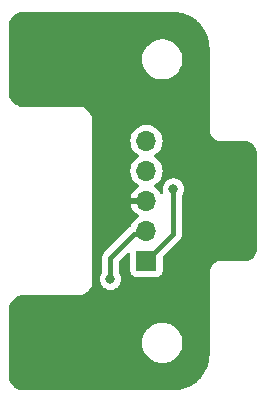
<source format=gbr>
%TF.GenerationSoftware,KiCad,Pcbnew,(6.99.0-2504-g6a9c6e8599)*%
%TF.CreationDate,2023-09-08T01:08:46-07:00*%
%TF.ProjectId,EZO_Qwiic,455a4f5f-5177-4696-9963-2e6b69636164,rev?*%
%TF.SameCoordinates,Original*%
%TF.FileFunction,Copper,L2,Bot*%
%TF.FilePolarity,Positive*%
%FSLAX46Y46*%
G04 Gerber Fmt 4.6, Leading zero omitted, Abs format (unit mm)*
G04 Created by KiCad (PCBNEW (6.99.0-2504-g6a9c6e8599)) date 2023-09-08 01:08:46*
%MOMM*%
%LPD*%
G01*
G04 APERTURE LIST*
%TA.AperFunction,ComponentPad*%
%ADD10R,1.700000X1.700000*%
%TD*%
%TA.AperFunction,ComponentPad*%
%ADD11O,1.700000X1.700000*%
%TD*%
%TA.AperFunction,ViaPad*%
%ADD12C,0.800000*%
%TD*%
%TA.AperFunction,Conductor*%
%ADD13C,0.406400*%
%TD*%
G04 APERTURE END LIST*
D10*
%TO.P,J1,1,Pin_1*%
%TO.N,/SCL*%
X157479999Y-88894999D03*
D11*
%TO.P,J1,2,Pin_2*%
%TO.N,/SDA*%
X157479999Y-86354999D03*
%TO.P,J1,3,Pin_3*%
%TO.N,GND*%
X157479999Y-83814999D03*
%TO.P,J1,4,Pin_4*%
%TO.N,/OFF*%
X157479999Y-81274999D03*
%TO.P,J1,5,Pin_5*%
%TO.N,VCC*%
X157479999Y-78734999D03*
%TD*%
D12*
%TO.N,/SDA*%
X154432000Y-90424000D03*
%TO.N,GND*%
X147066000Y-94488000D03*
X152908000Y-72898000D03*
%TO.N,/SCL*%
X159766000Y-82804000D03*
%TO.N,GND*%
X161798000Y-86868000D03*
%TD*%
D13*
%TO.N,/SDA*%
X154432000Y-90424000D02*
X154432000Y-88646000D01*
X154432000Y-88646000D02*
X156464000Y-86614000D01*
X156464000Y-86614000D02*
X157221000Y-86614000D01*
X157221000Y-86614000D02*
X157480000Y-86355000D01*
%TO.N,/SCL*%
X159766000Y-82804000D02*
X159766000Y-86609000D01*
X159766000Y-86609000D02*
X157480000Y-88895000D01*
%TD*%
%TA.AperFunction,Conductor*%
%TO.N,GND*%
G36*
X159820703Y-67820673D02*
G01*
X159868997Y-67823204D01*
X159950898Y-67827496D01*
X160131186Y-67837621D01*
X160143828Y-67838974D01*
X160292411Y-67862507D01*
X160293766Y-67862730D01*
X160316135Y-67866530D01*
X160452609Y-67889719D01*
X160464114Y-67892232D01*
X160613014Y-67932129D01*
X160615285Y-67932761D01*
X160766473Y-67976318D01*
X160776745Y-67979762D01*
X160922066Y-68035545D01*
X160925130Y-68036767D01*
X161069064Y-68096386D01*
X161078044Y-68100526D01*
X161096939Y-68110153D01*
X161217489Y-68171577D01*
X161221234Y-68173566D01*
X161356854Y-68248520D01*
X161364514Y-68253116D01*
X161496217Y-68338645D01*
X161500398Y-68341484D01*
X161607784Y-68417679D01*
X161626454Y-68430926D01*
X161632835Y-68435765D01*
X161719423Y-68505882D01*
X161754988Y-68534682D01*
X161759654Y-68538652D01*
X161874744Y-68641503D01*
X161879879Y-68646359D01*
X161991044Y-68757524D01*
X161995900Y-68762659D01*
X162057469Y-68831554D01*
X162098751Y-68877749D01*
X162102720Y-68882415D01*
X162201635Y-69004565D01*
X162206476Y-69010947D01*
X162295878Y-69136948D01*
X162298789Y-69141235D01*
X162384284Y-69272885D01*
X162388890Y-69280561D01*
X162463827Y-69416149D01*
X162465806Y-69419877D01*
X162527082Y-69540139D01*
X162536881Y-69559370D01*
X162541023Y-69568355D01*
X162600603Y-69712196D01*
X162601825Y-69715258D01*
X162628642Y-69785117D01*
X162657653Y-69860694D01*
X162661090Y-69870943D01*
X162704633Y-70022083D01*
X162705228Y-70024224D01*
X162730757Y-70119500D01*
X162745175Y-70173309D01*
X162747688Y-70184814D01*
X162761949Y-70268744D01*
X162774636Y-70343415D01*
X162774853Y-70344735D01*
X162786898Y-70420791D01*
X162798430Y-70493602D01*
X162799783Y-70506247D01*
X162809867Y-70685811D01*
X162809892Y-70686282D01*
X162816730Y-70816757D01*
X162816903Y-70823351D01*
X162816903Y-77739986D01*
X162816902Y-77740000D01*
X162816900Y-77740000D01*
X162816900Y-77827533D01*
X162847300Y-77999938D01*
X162849182Y-78005108D01*
X162849182Y-78005109D01*
X162878700Y-78086209D01*
X162907176Y-78164446D01*
X162909926Y-78169209D01*
X162983964Y-78297446D01*
X162994708Y-78316056D01*
X163107238Y-78450164D01*
X163241346Y-78562693D01*
X163392957Y-78650226D01*
X163557465Y-78710101D01*
X163562874Y-78711055D01*
X163562875Y-78711055D01*
X163623608Y-78721764D01*
X163729870Y-78740500D01*
X165811896Y-78740500D01*
X165822879Y-78740980D01*
X165862229Y-78744423D01*
X165863596Y-78744550D01*
X165988997Y-78756901D01*
X166009259Y-78760587D01*
X166044015Y-78769900D01*
X166073785Y-78777877D01*
X166077750Y-78779010D01*
X166168814Y-78806634D01*
X166185489Y-78813014D01*
X166251232Y-78843671D01*
X166257377Y-78846743D01*
X166336329Y-78888944D01*
X166349203Y-78896853D01*
X166410251Y-78939599D01*
X166417914Y-78945413D01*
X166485769Y-79001100D01*
X166494931Y-79009404D01*
X166547998Y-79062471D01*
X166556303Y-79071633D01*
X166611988Y-79139486D01*
X166617800Y-79147147D01*
X166660553Y-79208203D01*
X166668458Y-79221072D01*
X166706344Y-79291950D01*
X166710651Y-79300008D01*
X166713724Y-79306154D01*
X166744390Y-79371917D01*
X166750769Y-79388591D01*
X166778381Y-79479615D01*
X166779514Y-79483581D01*
X166796818Y-79548163D01*
X166800504Y-79568422D01*
X166812835Y-79693616D01*
X166812942Y-79694765D01*
X166816425Y-79734570D01*
X166816903Y-79745530D01*
X166816903Y-87894504D01*
X166816425Y-87905466D01*
X166812971Y-87944940D01*
X166812871Y-87946010D01*
X166800502Y-88071599D01*
X166796818Y-88091850D01*
X166782827Y-88144065D01*
X166779541Y-88156330D01*
X166778409Y-88160292D01*
X166750765Y-88251426D01*
X166744388Y-88268095D01*
X166713744Y-88333809D01*
X166710679Y-88339939D01*
X166668445Y-88418951D01*
X166660542Y-88431817D01*
X166617825Y-88492824D01*
X166612021Y-88500474D01*
X166556280Y-88568395D01*
X166547975Y-88577557D01*
X166494960Y-88630572D01*
X166485798Y-88638877D01*
X166417878Y-88694617D01*
X166410216Y-88700430D01*
X166349230Y-88743133D01*
X166336356Y-88751042D01*
X166297330Y-88771902D01*
X166257310Y-88793293D01*
X166251171Y-88796362D01*
X166185514Y-88826978D01*
X166168841Y-88833357D01*
X166077626Y-88861027D01*
X166073705Y-88862148D01*
X166009275Y-88879412D01*
X165989018Y-88883097D01*
X165952946Y-88886650D01*
X165863258Y-88895484D01*
X165862001Y-88895601D01*
X165822912Y-88899021D01*
X165811931Y-88899500D01*
X163817304Y-88899500D01*
X163817300Y-88899502D01*
X163817288Y-88899503D01*
X163817154Y-88899503D01*
X163735375Y-88899502D01*
X163729871Y-88899502D01*
X163632119Y-88916739D01*
X163562880Y-88928947D01*
X163562876Y-88928948D01*
X163557466Y-88929902D01*
X163392958Y-88989777D01*
X163388199Y-88992525D01*
X163388196Y-88992526D01*
X163315653Y-89034409D01*
X163241348Y-89077309D01*
X163107240Y-89189838D01*
X162994711Y-89323945D01*
X162907178Y-89475556D01*
X162847302Y-89640063D01*
X162816903Y-89812468D01*
X162816903Y-96816706D01*
X162816730Y-96823300D01*
X162809937Y-96952919D01*
X162809912Y-96953390D01*
X162799782Y-97133781D01*
X162798429Y-97146427D01*
X162774904Y-97294958D01*
X162774675Y-97296352D01*
X162769619Y-97326111D01*
X162747681Y-97455228D01*
X162745174Y-97466706D01*
X162705272Y-97615621D01*
X162704659Y-97617825D01*
X162661081Y-97769085D01*
X162657637Y-97779357D01*
X162601877Y-97924617D01*
X162600655Y-97927681D01*
X162541010Y-98071676D01*
X162536868Y-98080661D01*
X162465849Y-98220043D01*
X162463860Y-98223788D01*
X162388870Y-98359474D01*
X162384265Y-98367150D01*
X162298834Y-98498703D01*
X162295921Y-98502992D01*
X162206440Y-98629103D01*
X162201600Y-98635484D01*
X162102770Y-98757529D01*
X162098801Y-98762195D01*
X161995866Y-98877379D01*
X161991010Y-98882514D01*
X161879916Y-98993608D01*
X161874780Y-98998464D01*
X161759604Y-99101391D01*
X161754940Y-99105360D01*
X161632891Y-99204194D01*
X161626509Y-99209034D01*
X161500367Y-99298537D01*
X161496091Y-99301441D01*
X161436891Y-99339886D01*
X161364565Y-99386855D01*
X161356889Y-99391460D01*
X161221160Y-99466474D01*
X161217415Y-99468463D01*
X161078076Y-99539460D01*
X161069091Y-99543602D01*
X160925051Y-99603265D01*
X160921988Y-99604487D01*
X160868408Y-99625055D01*
X160776767Y-99660233D01*
X160766511Y-99663672D01*
X160615111Y-99707290D01*
X160612875Y-99707911D01*
X160596336Y-99712343D01*
X160464144Y-99747763D01*
X160452639Y-99750276D01*
X160293526Y-99777311D01*
X160292131Y-99777540D01*
X160143859Y-99801024D01*
X160131212Y-99802377D01*
X159950090Y-99812548D01*
X159949621Y-99812573D01*
X159820761Y-99819327D01*
X159814166Y-99819500D01*
X146828957Y-99819500D01*
X146806132Y-99817415D01*
X146796062Y-99815560D01*
X146712407Y-99800151D01*
X146680934Y-99789936D01*
X146518457Y-99712343D01*
X146503289Y-99703764D01*
X146424869Y-99651942D01*
X146415082Y-99644774D01*
X146390711Y-99625055D01*
X146263322Y-99521983D01*
X146253098Y-99512741D01*
X146158824Y-99417645D01*
X146113183Y-99371605D01*
X146104003Y-99361268D01*
X146087020Y-99339886D01*
X145982887Y-99208780D01*
X145977400Y-99201324D01*
X145961156Y-99177460D01*
X145954822Y-99167116D01*
X145864077Y-99001491D01*
X145857469Y-98987439D01*
X145852288Y-98974388D01*
X145846102Y-98953860D01*
X145820608Y-98832787D01*
X145817904Y-98806825D01*
X145817904Y-95820000D01*
X157112135Y-95820000D01*
X157131181Y-96074157D01*
X157187895Y-96322637D01*
X157281010Y-96559888D01*
X157408444Y-96780612D01*
X157411376Y-96784289D01*
X157411379Y-96784293D01*
X157564418Y-96976197D01*
X157567353Y-96979877D01*
X157754186Y-97153232D01*
X157758085Y-97155890D01*
X157957443Y-97291810D01*
X157964769Y-97296805D01*
X158194399Y-97407389D01*
X158311893Y-97443631D01*
X158433438Y-97481123D01*
X158433441Y-97481124D01*
X158437945Y-97482513D01*
X158535245Y-97497179D01*
X158685308Y-97519798D01*
X158685313Y-97519798D01*
X158689968Y-97520500D01*
X158944838Y-97520500D01*
X158949493Y-97519798D01*
X158949498Y-97519798D01*
X159099561Y-97497179D01*
X159196861Y-97482513D01*
X159201365Y-97481124D01*
X159201368Y-97481123D01*
X159322913Y-97443631D01*
X159440407Y-97407389D01*
X159670037Y-97296805D01*
X159677364Y-97291810D01*
X159876721Y-97155890D01*
X159880620Y-97153232D01*
X160067453Y-96979877D01*
X160070388Y-96976197D01*
X160223427Y-96784293D01*
X160223430Y-96784289D01*
X160226362Y-96780612D01*
X160353796Y-96559888D01*
X160446911Y-96322637D01*
X160503625Y-96074157D01*
X160522671Y-95820000D01*
X160503625Y-95565843D01*
X160446911Y-95317363D01*
X160353796Y-95080112D01*
X160226362Y-94859388D01*
X160223430Y-94855711D01*
X160223427Y-94855707D01*
X160070388Y-94663803D01*
X160070386Y-94663801D01*
X160067453Y-94660123D01*
X159880620Y-94486768D01*
X159766791Y-94409161D01*
X159673933Y-94345851D01*
X159673931Y-94345850D01*
X159670037Y-94343195D01*
X159440407Y-94232611D01*
X159318634Y-94195049D01*
X159201368Y-94158877D01*
X159201365Y-94158876D01*
X159196861Y-94157487D01*
X159099561Y-94142821D01*
X158949498Y-94120202D01*
X158949493Y-94120202D01*
X158944838Y-94119500D01*
X158689968Y-94119500D01*
X158685313Y-94120202D01*
X158685308Y-94120202D01*
X158535245Y-94142821D01*
X158437945Y-94157487D01*
X158433441Y-94158876D01*
X158433438Y-94158877D01*
X158316172Y-94195049D01*
X158194399Y-94232611D01*
X157964769Y-94343195D01*
X157960875Y-94345850D01*
X157960873Y-94345851D01*
X157868015Y-94409161D01*
X157754186Y-94486768D01*
X157567353Y-94660123D01*
X157564420Y-94663801D01*
X157564418Y-94663803D01*
X157411379Y-94855707D01*
X157411376Y-94855711D01*
X157408444Y-94859388D01*
X157281010Y-95080112D01*
X157187895Y-95317363D01*
X157131181Y-95565843D01*
X157112135Y-95820000D01*
X145817904Y-95820000D01*
X145817904Y-92816554D01*
X145819989Y-92793728D01*
X145837254Y-92700002D01*
X145847469Y-92668530D01*
X145925060Y-92506053D01*
X145933641Y-92490882D01*
X145985464Y-92412464D01*
X145992630Y-92402679D01*
X146115413Y-92250926D01*
X146124646Y-92240711D01*
X146265802Y-92100776D01*
X146276139Y-92091597D01*
X146428614Y-91970491D01*
X146436077Y-91964999D01*
X146459941Y-91948754D01*
X146470294Y-91942414D01*
X146635914Y-91851672D01*
X146649974Y-91845061D01*
X146663023Y-91839882D01*
X146683541Y-91833699D01*
X146804616Y-91808204D01*
X146830579Y-91805500D01*
X151897349Y-91805500D01*
X151897396Y-91805510D01*
X151897450Y-91805500D01*
X151897502Y-91805500D01*
X151897544Y-91805483D01*
X151908512Y-91803463D01*
X151908519Y-91803462D01*
X152006706Y-91785375D01*
X152019029Y-91783105D01*
X152019096Y-91783101D01*
X152019125Y-91783087D01*
X152019158Y-91783081D01*
X152019215Y-91783044D01*
X152030464Y-91777672D01*
X152030467Y-91777671D01*
X152145710Y-91722635D01*
X152204635Y-91694494D01*
X152204672Y-91694487D01*
X152204729Y-91694449D01*
X152204784Y-91694423D01*
X152204806Y-91694398D01*
X152210570Y-91690589D01*
X152210577Y-91690585D01*
X152295509Y-91634459D01*
X152295808Y-91634912D01*
X152295866Y-91634870D01*
X152295533Y-91634452D01*
X152295592Y-91634405D01*
X152295653Y-91634364D01*
X152295952Y-91634808D01*
X152296009Y-91634767D01*
X152295667Y-91634344D01*
X152456161Y-91504485D01*
X152457444Y-91503447D01*
X152457468Y-91503437D01*
X152457515Y-91503389D01*
X152457575Y-91503341D01*
X152457590Y-91503314D01*
X152607182Y-91352418D01*
X152607321Y-91352556D01*
X152607351Y-91352522D01*
X152607205Y-91352405D01*
X152607246Y-91352354D01*
X152607300Y-91352299D01*
X152607433Y-91352430D01*
X152607466Y-91352393D01*
X152607312Y-91352271D01*
X152612451Y-91345801D01*
X152612452Y-91345800D01*
X152623016Y-91332500D01*
X152735541Y-91190827D01*
X152736264Y-91191401D01*
X152736314Y-91191333D01*
X152735557Y-91190817D01*
X152735602Y-91190751D01*
X152735652Y-91190688D01*
X152736370Y-91191258D01*
X152736421Y-91191189D01*
X152735658Y-91190669D01*
X152757833Y-91158095D01*
X152757866Y-91158046D01*
X152757884Y-91158032D01*
X152757919Y-91157968D01*
X152757962Y-91157905D01*
X152758258Y-91158107D01*
X152758289Y-91158056D01*
X152757967Y-91157880D01*
X152758781Y-91156395D01*
X152758781Y-91156393D01*
X152855331Y-90980173D01*
X152855351Y-90980152D01*
X152855374Y-90980093D01*
X152855409Y-90980030D01*
X152855413Y-90979997D01*
X152867413Y-90949765D01*
X152867439Y-90949727D01*
X152867451Y-90949669D01*
X152867471Y-90949619D01*
X152867470Y-90949578D01*
X152897884Y-90805146D01*
X152897903Y-90805099D01*
X152897903Y-90805054D01*
X152897913Y-90805007D01*
X152897903Y-90804953D01*
X152897903Y-90424000D01*
X153518496Y-90424000D01*
X153538458Y-90613928D01*
X153597473Y-90795556D01*
X153600776Y-90801278D01*
X153600777Y-90801279D01*
X153603010Y-90805146D01*
X153692960Y-90960944D01*
X153820747Y-91102866D01*
X153919843Y-91174864D01*
X153940901Y-91190163D01*
X153975248Y-91215118D01*
X153981276Y-91217802D01*
X153981278Y-91217803D01*
X154143681Y-91290109D01*
X154149712Y-91292794D01*
X154243112Y-91312647D01*
X154330056Y-91331128D01*
X154330061Y-91331128D01*
X154336513Y-91332500D01*
X154527487Y-91332500D01*
X154533939Y-91331128D01*
X154533944Y-91331128D01*
X154620888Y-91312647D01*
X154714288Y-91292794D01*
X154720319Y-91290109D01*
X154882722Y-91217803D01*
X154882724Y-91217802D01*
X154888752Y-91215118D01*
X154923100Y-91190163D01*
X154944157Y-91174864D01*
X155043253Y-91102866D01*
X155171040Y-90960944D01*
X155260990Y-90805146D01*
X155263223Y-90801279D01*
X155263224Y-90801278D01*
X155266527Y-90795556D01*
X155325542Y-90613928D01*
X155345504Y-90424000D01*
X155325542Y-90234072D01*
X155266527Y-90052444D01*
X155226297Y-89982763D01*
X155174343Y-89892776D01*
X155174340Y-89892772D01*
X155171040Y-89887056D01*
X155167609Y-89883245D01*
X155143700Y-89809660D01*
X155143700Y-88992986D01*
X155163702Y-88924865D01*
X155180605Y-88903891D01*
X155906405Y-88178091D01*
X155968717Y-88144065D01*
X156039532Y-88149130D01*
X156096368Y-88191677D01*
X156121179Y-88258197D01*
X156121500Y-88267186D01*
X156121500Y-89793638D01*
X156121860Y-89796985D01*
X156121860Y-89796988D01*
X156123222Y-89809660D01*
X156128011Y-89854201D01*
X156179111Y-89991204D01*
X156184510Y-89998416D01*
X156184511Y-89998418D01*
X156224955Y-90052444D01*
X156266739Y-90108261D01*
X156383796Y-90195889D01*
X156520799Y-90246989D01*
X156557705Y-90250957D01*
X156578012Y-90253140D01*
X156578015Y-90253140D01*
X156581362Y-90253500D01*
X158378638Y-90253500D01*
X158381985Y-90253140D01*
X158381988Y-90253140D01*
X158402295Y-90250957D01*
X158439201Y-90246989D01*
X158576204Y-90195889D01*
X158693261Y-90108261D01*
X158735045Y-90052444D01*
X158775489Y-89998418D01*
X158775490Y-89998416D01*
X158780889Y-89991204D01*
X158831989Y-89854201D01*
X158836778Y-89809660D01*
X158838140Y-89796988D01*
X158838140Y-89796985D01*
X158838500Y-89793638D01*
X158838500Y-88595186D01*
X158858502Y-88527065D01*
X158875405Y-88506091D01*
X160251340Y-87130156D01*
X160256882Y-87124938D01*
X160296923Y-87089466D01*
X160296927Y-87089462D01*
X160302628Y-87084411D01*
X160308348Y-87076124D01*
X160337350Y-87034109D01*
X160341850Y-87027991D01*
X160379532Y-86979893D01*
X160383756Y-86970508D01*
X160394958Y-86950647D01*
X160396481Y-86948441D01*
X160396482Y-86948439D01*
X160400807Y-86942173D01*
X160422477Y-86885034D01*
X160425390Y-86878002D01*
X160447336Y-86829240D01*
X160450465Y-86822288D01*
X160452321Y-86812162D01*
X160458444Y-86790195D01*
X160459393Y-86787694D01*
X160459393Y-86787693D01*
X160462094Y-86780572D01*
X160469459Y-86719919D01*
X160470604Y-86712397D01*
X160480245Y-86659786D01*
X160480245Y-86659784D01*
X160481619Y-86652287D01*
X160477930Y-86591305D01*
X160477700Y-86583697D01*
X160477700Y-83418340D01*
X160501609Y-83344755D01*
X160505040Y-83340944D01*
X160508340Y-83335228D01*
X160508343Y-83335224D01*
X160597223Y-83181279D01*
X160597224Y-83181278D01*
X160600527Y-83175556D01*
X160659542Y-82993928D01*
X160661616Y-82974201D01*
X160678814Y-82810565D01*
X160679504Y-82804000D01*
X160659542Y-82614072D01*
X160600527Y-82432444D01*
X160505040Y-82267056D01*
X160377253Y-82125134D01*
X160222752Y-82012882D01*
X160216724Y-82010198D01*
X160216722Y-82010197D01*
X160054319Y-81937891D01*
X160054318Y-81937891D01*
X160048288Y-81935206D01*
X159954888Y-81915353D01*
X159867944Y-81896872D01*
X159867939Y-81896872D01*
X159861487Y-81895500D01*
X159670513Y-81895500D01*
X159664061Y-81896872D01*
X159664056Y-81896872D01*
X159577112Y-81915353D01*
X159483712Y-81935206D01*
X159477682Y-81937891D01*
X159477681Y-81937891D01*
X159315278Y-82010197D01*
X159315276Y-82010198D01*
X159309248Y-82012882D01*
X159154747Y-82125134D01*
X159026960Y-82267056D01*
X158931473Y-82432444D01*
X158872458Y-82614072D01*
X158852496Y-82804000D01*
X158853186Y-82810565D01*
X158870385Y-82974201D01*
X158872458Y-82993928D01*
X158874498Y-83000206D01*
X158883315Y-83027343D01*
X158885342Y-83098311D01*
X158848680Y-83159109D01*
X158784967Y-83190434D01*
X158714433Y-83182340D01*
X158657999Y-83135195D01*
X158558177Y-82982407D01*
X158551790Y-82974201D01*
X158406432Y-82816300D01*
X158398789Y-82809263D01*
X158229411Y-82677431D01*
X158220719Y-82671752D01*
X158191794Y-82656099D01*
X158141403Y-82606086D01*
X158126051Y-82536769D01*
X158150612Y-82470156D01*
X158191792Y-82434472D01*
X158225576Y-82416189D01*
X158403240Y-82277906D01*
X158543878Y-82125134D01*
X158552194Y-82116101D01*
X158552197Y-82116097D01*
X158555722Y-82112268D01*
X158586552Y-82065079D01*
X158676008Y-81928157D01*
X158676010Y-81928153D01*
X158678860Y-81923791D01*
X158691270Y-81895500D01*
X158767200Y-81722394D01*
X158769296Y-81717616D01*
X158824564Y-81499368D01*
X158843156Y-81275000D01*
X158824564Y-81050632D01*
X158769296Y-80832384D01*
X158678860Y-80626209D01*
X158555722Y-80437732D01*
X158552197Y-80433903D01*
X158552194Y-80433899D01*
X158406772Y-80275931D01*
X158403240Y-80272094D01*
X158225576Y-80133811D01*
X158192320Y-80115814D01*
X158141929Y-80065801D01*
X158126577Y-79996484D01*
X158151137Y-79929871D01*
X158192320Y-79894186D01*
X158220995Y-79878668D01*
X158225576Y-79876189D01*
X158403240Y-79737906D01*
X158481892Y-79652468D01*
X158552194Y-79576101D01*
X158552197Y-79576097D01*
X158555722Y-79572268D01*
X158613664Y-79483581D01*
X158676008Y-79388157D01*
X158676010Y-79388153D01*
X158678860Y-79383791D01*
X158684069Y-79371917D01*
X158767200Y-79182394D01*
X158769296Y-79177616D01*
X158824564Y-78959368D01*
X158825721Y-78945413D01*
X158842726Y-78740189D01*
X158843156Y-78735000D01*
X158824564Y-78510632D01*
X158810145Y-78453694D01*
X158770578Y-78297446D01*
X158770578Y-78297445D01*
X158769296Y-78292384D01*
X158678860Y-78086209D01*
X158622497Y-77999938D01*
X158558573Y-77902096D01*
X158555722Y-77897732D01*
X158552197Y-77893903D01*
X158552194Y-77893899D01*
X158406772Y-77735931D01*
X158403240Y-77732094D01*
X158225576Y-77593811D01*
X158027574Y-77486658D01*
X157814635Y-77413556D01*
X157809501Y-77412699D01*
X157809496Y-77412698D01*
X157597706Y-77377357D01*
X157597704Y-77377357D01*
X157592569Y-77376500D01*
X157367431Y-77376500D01*
X157362296Y-77377357D01*
X157362294Y-77377357D01*
X157150504Y-77412698D01*
X157150499Y-77412699D01*
X157145365Y-77413556D01*
X156932426Y-77486658D01*
X156734424Y-77593811D01*
X156556760Y-77732094D01*
X156553228Y-77735931D01*
X156407806Y-77893899D01*
X156407803Y-77893903D01*
X156404278Y-77897732D01*
X156401427Y-77902096D01*
X156337504Y-77999938D01*
X156281140Y-78086209D01*
X156190704Y-78292384D01*
X156189422Y-78297445D01*
X156189422Y-78297446D01*
X156149855Y-78453694D01*
X156135436Y-78510632D01*
X156116844Y-78735000D01*
X156117274Y-78740189D01*
X156134280Y-78945413D01*
X156135436Y-78959368D01*
X156190704Y-79177616D01*
X156192800Y-79182394D01*
X156275932Y-79371917D01*
X156281140Y-79383791D01*
X156283990Y-79388153D01*
X156283992Y-79388157D01*
X156346336Y-79483581D01*
X156404278Y-79572268D01*
X156407803Y-79576097D01*
X156407806Y-79576101D01*
X156478108Y-79652468D01*
X156556760Y-79737906D01*
X156734424Y-79876189D01*
X156739005Y-79878668D01*
X156767680Y-79894186D01*
X156818071Y-79944199D01*
X156833423Y-80013516D01*
X156808863Y-80080129D01*
X156767681Y-80115813D01*
X156734424Y-80133811D01*
X156556760Y-80272094D01*
X156553228Y-80275931D01*
X156407806Y-80433899D01*
X156407803Y-80433903D01*
X156404278Y-80437732D01*
X156281140Y-80626209D01*
X156190704Y-80832384D01*
X156135436Y-81050632D01*
X156116844Y-81275000D01*
X156135436Y-81499368D01*
X156190704Y-81717616D01*
X156192800Y-81722394D01*
X156268731Y-81895500D01*
X156281140Y-81923791D01*
X156283990Y-81928153D01*
X156283992Y-81928157D01*
X156373448Y-82065079D01*
X156404278Y-82112268D01*
X156407803Y-82116097D01*
X156407806Y-82116101D01*
X156416122Y-82125134D01*
X156556760Y-82277906D01*
X156734424Y-82416189D01*
X156768208Y-82434472D01*
X156818597Y-82484485D01*
X156833949Y-82553802D01*
X156809388Y-82620415D01*
X156768206Y-82656099D01*
X156739281Y-82671752D01*
X156730589Y-82677431D01*
X156561211Y-82809263D01*
X156553568Y-82816300D01*
X156408210Y-82974201D01*
X156401823Y-82982407D01*
X156284431Y-83162087D01*
X156279488Y-83171222D01*
X156193270Y-83367777D01*
X156189900Y-83377592D01*
X156147903Y-83543439D01*
X156148433Y-83557530D01*
X156156855Y-83561000D01*
X157608000Y-83561000D01*
X157676121Y-83581002D01*
X157722614Y-83634658D01*
X157734000Y-83687000D01*
X157734000Y-83943000D01*
X157713998Y-84011121D01*
X157660342Y-84057614D01*
X157608000Y-84069000D01*
X156161571Y-84069000D01*
X156148040Y-84072973D01*
X156146744Y-84081986D01*
X156189900Y-84252408D01*
X156193270Y-84262223D01*
X156279488Y-84458778D01*
X156284431Y-84467913D01*
X156401823Y-84647593D01*
X156408210Y-84655799D01*
X156553568Y-84813700D01*
X156561211Y-84820737D01*
X156730589Y-84952569D01*
X156739281Y-84958248D01*
X156768206Y-84973901D01*
X156818597Y-85023914D01*
X156833949Y-85093231D01*
X156809388Y-85159844D01*
X156768208Y-85195528D01*
X156734424Y-85213811D01*
X156556760Y-85352094D01*
X156553228Y-85355931D01*
X156407806Y-85513899D01*
X156407803Y-85513903D01*
X156404278Y-85517732D01*
X156281140Y-85706209D01*
X156190704Y-85912384D01*
X156190148Y-85912140D01*
X156151235Y-85967076D01*
X156135045Y-85977593D01*
X156130827Y-85979193D01*
X156122431Y-85984988D01*
X156122353Y-85985042D01*
X156102495Y-85996242D01*
X156093107Y-86000467D01*
X156045001Y-86038156D01*
X156038893Y-86042650D01*
X155988589Y-86077372D01*
X155983538Y-86083073D01*
X155983534Y-86083077D01*
X155948062Y-86123118D01*
X155942844Y-86128660D01*
X153946660Y-88124844D01*
X153941118Y-88130062D01*
X153901077Y-88165534D01*
X153901073Y-88165538D01*
X153895372Y-88170589D01*
X153860650Y-88220893D01*
X153856149Y-88227010D01*
X153824673Y-88267186D01*
X153818467Y-88275107D01*
X153814244Y-88284491D01*
X153803042Y-88304353D01*
X153797193Y-88312827D01*
X153794491Y-88319952D01*
X153775524Y-88369964D01*
X153772616Y-88376986D01*
X153747535Y-88432713D01*
X153745680Y-88442837D01*
X153739557Y-88464801D01*
X153735906Y-88474428D01*
X153729515Y-88527065D01*
X153728543Y-88535068D01*
X153727400Y-88542580D01*
X153716380Y-88602713D01*
X153716840Y-88610318D01*
X153716840Y-88610320D01*
X153720070Y-88663706D01*
X153720300Y-88671315D01*
X153720300Y-89809660D01*
X153696391Y-89883245D01*
X153692960Y-89887056D01*
X153689660Y-89892772D01*
X153689657Y-89892776D01*
X153637703Y-89982763D01*
X153597473Y-90052444D01*
X153538458Y-90234072D01*
X153518496Y-90424000D01*
X152897903Y-90424000D01*
X152897903Y-76835054D01*
X152897913Y-76835007D01*
X152897903Y-76834953D01*
X152897903Y-76834901D01*
X152897886Y-76834859D01*
X152875507Y-76713372D01*
X152875504Y-76713306D01*
X152875490Y-76713276D01*
X152875484Y-76713245D01*
X152875449Y-76713191D01*
X152786895Y-76527760D01*
X152786889Y-76527730D01*
X152786858Y-76527684D01*
X152786827Y-76527618D01*
X152786797Y-76527591D01*
X152726862Y-76436894D01*
X152727012Y-76436795D01*
X152726885Y-76436623D01*
X152726745Y-76436736D01*
X152596672Y-76275977D01*
X152595851Y-76274962D01*
X152595840Y-76274935D01*
X152595788Y-76274884D01*
X152595744Y-76274829D01*
X152595719Y-76274815D01*
X152444823Y-76125223D01*
X152444984Y-76125061D01*
X152444946Y-76125027D01*
X152444809Y-76125198D01*
X152444753Y-76125153D01*
X152444702Y-76125103D01*
X152444855Y-76124946D01*
X152444818Y-76124913D01*
X152444676Y-76125092D01*
X152438003Y-76119792D01*
X152283232Y-75996863D01*
X152283651Y-75996336D01*
X152283450Y-75996187D01*
X152283071Y-75996744D01*
X152266641Y-75985559D01*
X152250499Y-75974571D01*
X152250449Y-75974537D01*
X152250435Y-75974519D01*
X152250371Y-75974484D01*
X152250308Y-75974441D01*
X152250510Y-75974145D01*
X152250459Y-75974114D01*
X152250283Y-75974436D01*
X152238876Y-75968186D01*
X152081607Y-75882019D01*
X152081606Y-75882019D01*
X152072579Y-75877073D01*
X152072556Y-75877051D01*
X152072494Y-75877026D01*
X152072433Y-75876993D01*
X152072401Y-75876989D01*
X152056932Y-75870849D01*
X152052026Y-75868902D01*
X152052024Y-75868901D01*
X152042169Y-75864990D01*
X152042131Y-75864964D01*
X152042073Y-75864952D01*
X152042023Y-75864932D01*
X152041982Y-75864933D01*
X151897550Y-75834520D01*
X151897502Y-75834500D01*
X151897456Y-75834500D01*
X151897409Y-75834490D01*
X151897355Y-75834500D01*
X146828957Y-75834500D01*
X146806132Y-75832415D01*
X146796062Y-75830560D01*
X146712407Y-75815151D01*
X146680934Y-75804936D01*
X146518457Y-75727343D01*
X146503289Y-75718764D01*
X146424869Y-75666942D01*
X146415082Y-75659774D01*
X146263325Y-75536986D01*
X146253098Y-75527741D01*
X146113187Y-75386610D01*
X146104003Y-75376268D01*
X145982887Y-75223780D01*
X145977399Y-75216323D01*
X145961161Y-75192467D01*
X145954820Y-75182111D01*
X145864075Y-75016485D01*
X145857465Y-75002427D01*
X145852287Y-74989382D01*
X145846102Y-74968859D01*
X145820608Y-74847787D01*
X145817904Y-74821825D01*
X145817904Y-71820000D01*
X157112135Y-71820000D01*
X157131181Y-72074157D01*
X157187895Y-72322637D01*
X157281010Y-72559888D01*
X157408444Y-72780612D01*
X157411376Y-72784289D01*
X157411379Y-72784293D01*
X157564418Y-72976197D01*
X157567353Y-72979877D01*
X157754186Y-73153232D01*
X157758085Y-73155890D01*
X157957443Y-73291810D01*
X157964769Y-73296805D01*
X158194399Y-73407389D01*
X158316172Y-73444951D01*
X158433438Y-73481123D01*
X158433441Y-73481124D01*
X158437945Y-73482513D01*
X158535245Y-73497179D01*
X158685308Y-73519798D01*
X158685313Y-73519798D01*
X158689968Y-73520500D01*
X158944838Y-73520500D01*
X158949493Y-73519798D01*
X158949498Y-73519798D01*
X159099561Y-73497179D01*
X159196861Y-73482513D01*
X159201365Y-73481124D01*
X159201368Y-73481123D01*
X159318634Y-73444951D01*
X159440407Y-73407389D01*
X159670037Y-73296805D01*
X159677364Y-73291810D01*
X159876721Y-73155890D01*
X159880620Y-73153232D01*
X160067453Y-72979877D01*
X160070388Y-72976197D01*
X160223427Y-72784293D01*
X160223430Y-72784289D01*
X160226362Y-72780612D01*
X160353796Y-72559888D01*
X160446911Y-72322637D01*
X160503625Y-72074157D01*
X160522671Y-71820000D01*
X160503625Y-71565843D01*
X160446911Y-71317363D01*
X160353796Y-71080112D01*
X160226362Y-70859388D01*
X160223430Y-70855711D01*
X160223427Y-70855707D01*
X160070388Y-70663803D01*
X160070386Y-70663801D01*
X160067453Y-70660123D01*
X159880620Y-70486768D01*
X159679980Y-70349974D01*
X159673933Y-70345851D01*
X159673931Y-70345850D01*
X159670037Y-70343195D01*
X159440407Y-70232611D01*
X159248155Y-70173309D01*
X159201368Y-70158877D01*
X159201365Y-70158876D01*
X159196861Y-70157487D01*
X159099561Y-70142821D01*
X158949498Y-70120202D01*
X158949493Y-70120202D01*
X158944838Y-70119500D01*
X158689968Y-70119500D01*
X158685313Y-70120202D01*
X158685308Y-70120202D01*
X158535245Y-70142821D01*
X158437945Y-70157487D01*
X158433441Y-70158876D01*
X158433438Y-70158877D01*
X158386651Y-70173309D01*
X158194399Y-70232611D01*
X157964769Y-70343195D01*
X157960875Y-70345850D01*
X157960873Y-70345851D01*
X157954826Y-70349974D01*
X157754186Y-70486768D01*
X157567353Y-70660123D01*
X157564420Y-70663801D01*
X157564418Y-70663803D01*
X157411379Y-70855707D01*
X157411376Y-70855711D01*
X157408444Y-70859388D01*
X157281010Y-71080112D01*
X157187895Y-71317363D01*
X157131181Y-71565843D01*
X157112135Y-71820000D01*
X145817904Y-71820000D01*
X145817904Y-68831554D01*
X145819989Y-68808728D01*
X145837254Y-68715002D01*
X145847469Y-68683530D01*
X145925060Y-68521053D01*
X145933641Y-68505882D01*
X145985464Y-68427464D01*
X145992630Y-68417679D01*
X146115417Y-68265922D01*
X146124646Y-68255711D01*
X146265802Y-68115776D01*
X146276139Y-68106597D01*
X146428614Y-67985491D01*
X146436077Y-67979999D01*
X146459941Y-67963754D01*
X146470294Y-67957414D01*
X146635914Y-67866672D01*
X146649974Y-67860061D01*
X146663023Y-67854882D01*
X146683541Y-67848699D01*
X146804616Y-67823204D01*
X146830579Y-67820500D01*
X159814109Y-67820500D01*
X159820703Y-67820673D01*
G37*
%TD.AperFunction*%
%TD*%
M02*

</source>
